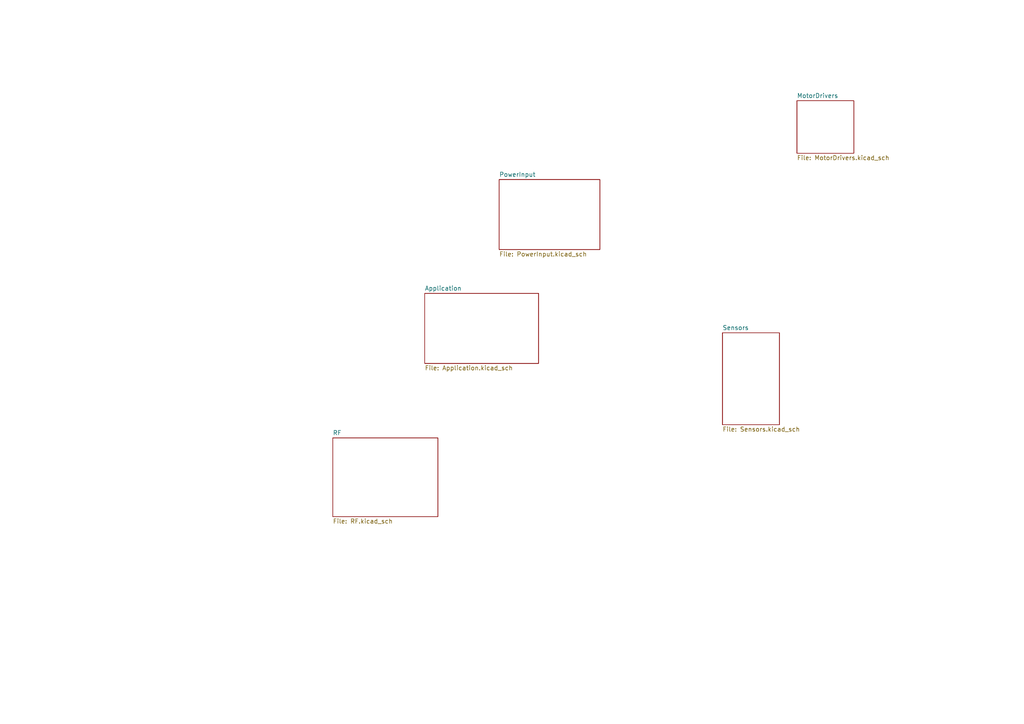
<source format=kicad_sch>
(kicad_sch (version 20230121) (generator eeschema)
  (paper "A4")
  (lib_symbols)
  (sheet (at 96.52 127) (size 30.48 22.86) (stroke (width 0.1524))
    (property "Sheetname" "RF" (at 96.52 126.2884 0) (effects (justify left bottom)))
    (property "Sheetfile" "RF.kicad_sch" (at 96.52 150.4446 0) (effects (justify left top)))
  )
  (sheet (at 231.14 29.21) (size 16.51 15.24) (stroke (width 0.1524))
    (property "Sheetname" "MotorDrivers" (at 231.14 28.4984 0) (effects (justify left bottom)))
    (property "Sheetfile" "MotorDrivers.kicad_sch" (at 231.14 45.0346 0) (effects (justify left top)))
  )
  (sheet (at 144.78 52.07) (size 29.21 20.32) (stroke (width 0.1524))
    (property "Sheetname" "PowerInput" (at 144.78 51.3584 0) (effects (justify left bottom)))
    (property "Sheetfile" "PowerInput.kicad_sch" (at 144.78 72.9746 0) (effects (justify left top)))
  )
  (sheet (at 123.19 85.09) (size 33.02 20.32) (stroke (width 0.1524))
    (property "Sheetname" "Application" (at 123.19 84.3784 0) (effects (justify left bottom)))
    (property "Sheetfile" "Application.kicad_sch" (at 123.19 105.9946 0) (effects (justify left top)))
  )
  (sheet (at 209.55 96.52) (size 16.51 26.67) (stroke (width 0.1524))
    (property "Sheetname" "Sensors" (at 209.55 95.8084 0) (effects (justify left bottom)))
    (property "Sheetfile" "Sensors.kicad_sch" (at 209.55 123.7746 0) (effects (justify left top)))
  )
)
</source>
